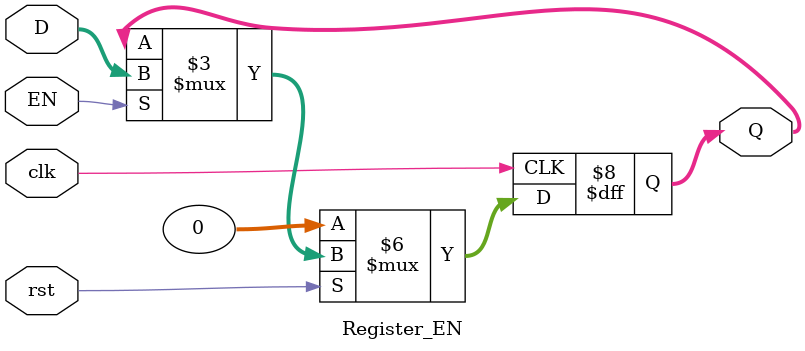
<source format=v>
module Register_EN(
    input wire clk,
    input wire rst,
    input wire EN,
    input wire [31:0] D,
    output reg [31:0] Q
);
    always @(posedge clk) begin
        if (~rst)
            Q <= 32'b0;
        else if (EN)
            Q <= D;
    end
endmodule

</source>
